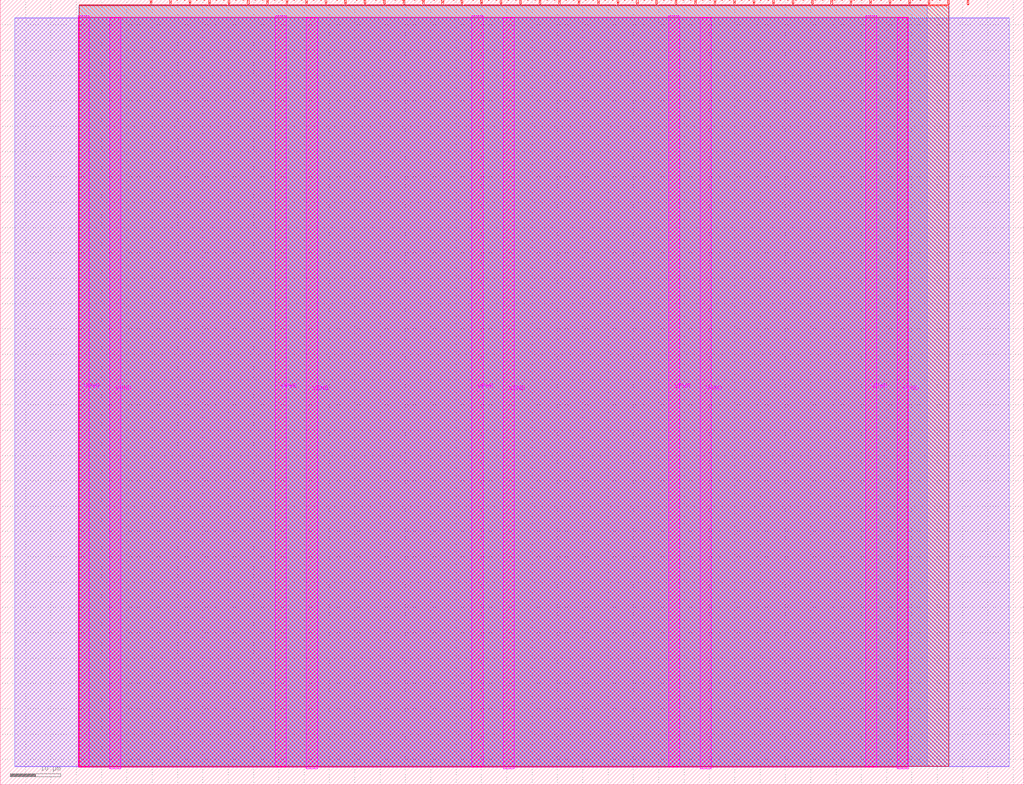
<source format=lef>
VERSION 5.7 ;
  NOWIREEXTENSIONATPIN ON ;
  DIVIDERCHAR "/" ;
  BUSBITCHARS "[]" ;
MACRO tt_um_wokwi_455291645628225537
  CLASS BLOCK ;
  FOREIGN tt_um_wokwi_455291645628225537 ;
  ORIGIN 0.000 0.000 ;
  SIZE 202.080 BY 154.980 ;
  PIN VGND
    DIRECTION INOUT ;
    USE GROUND ;
    PORT
      LAYER TopMetal1 ;
        RECT 21.580 3.150 23.780 151.420 ;
    END
    PORT
      LAYER TopMetal1 ;
        RECT 60.450 3.150 62.650 151.420 ;
    END
    PORT
      LAYER TopMetal1 ;
        RECT 99.320 3.150 101.520 151.420 ;
    END
    PORT
      LAYER TopMetal1 ;
        RECT 138.190 3.150 140.390 151.420 ;
    END
    PORT
      LAYER TopMetal1 ;
        RECT 177.060 3.150 179.260 151.420 ;
    END
  END VGND
  PIN VPWR
    DIRECTION INOUT ;
    USE POWER ;
    PORT
      LAYER TopMetal1 ;
        RECT 15.380 3.560 17.580 151.830 ;
    END
    PORT
      LAYER TopMetal1 ;
        RECT 54.250 3.560 56.450 151.830 ;
    END
    PORT
      LAYER TopMetal1 ;
        RECT 93.120 3.560 95.320 151.830 ;
    END
    PORT
      LAYER TopMetal1 ;
        RECT 131.990 3.560 134.190 151.830 ;
    END
    PORT
      LAYER TopMetal1 ;
        RECT 170.860 3.560 173.060 151.830 ;
    END
  END VPWR
  PIN clk
    DIRECTION INPUT ;
    USE SIGNAL ;
    ANTENNAGATEAREA 1.450800 ;
    PORT
      LAYER Metal4 ;
        RECT 187.050 153.980 187.350 154.980 ;
    END
  END clk
  PIN ena
    DIRECTION INPUT ;
    USE SIGNAL ;
    PORT
      LAYER Metal4 ;
        RECT 190.890 153.980 191.190 154.980 ;
    END
  END ena
  PIN rst_n
    DIRECTION INPUT ;
    USE SIGNAL ;
    PORT
      LAYER Metal4 ;
        RECT 183.210 153.980 183.510 154.980 ;
    END
  END rst_n
  PIN ui_in[0]
    DIRECTION INPUT ;
    USE SIGNAL ;
    PORT
      LAYER Metal4 ;
        RECT 179.370 153.980 179.670 154.980 ;
    END
  END ui_in[0]
  PIN ui_in[1]
    DIRECTION INPUT ;
    USE SIGNAL ;
    PORT
      LAYER Metal4 ;
        RECT 175.530 153.980 175.830 154.980 ;
    END
  END ui_in[1]
  PIN ui_in[2]
    DIRECTION INPUT ;
    USE SIGNAL ;
    PORT
      LAYER Metal4 ;
        RECT 171.690 153.980 171.990 154.980 ;
    END
  END ui_in[2]
  PIN ui_in[3]
    DIRECTION INPUT ;
    USE SIGNAL ;
    PORT
      LAYER Metal4 ;
        RECT 167.850 153.980 168.150 154.980 ;
    END
  END ui_in[3]
  PIN ui_in[4]
    DIRECTION INPUT ;
    USE SIGNAL ;
    PORT
      LAYER Metal4 ;
        RECT 164.010 153.980 164.310 154.980 ;
    END
  END ui_in[4]
  PIN ui_in[5]
    DIRECTION INPUT ;
    USE SIGNAL ;
    PORT
      LAYER Metal4 ;
        RECT 160.170 153.980 160.470 154.980 ;
    END
  END ui_in[5]
  PIN ui_in[6]
    DIRECTION INPUT ;
    USE SIGNAL ;
    PORT
      LAYER Metal4 ;
        RECT 156.330 153.980 156.630 154.980 ;
    END
  END ui_in[6]
  PIN ui_in[7]
    DIRECTION INPUT ;
    USE SIGNAL ;
    ANTENNAGATEAREA 0.180700 ;
    PORT
      LAYER Metal4 ;
        RECT 152.490 153.980 152.790 154.980 ;
    END
  END ui_in[7]
  PIN uio_in[0]
    DIRECTION INPUT ;
    USE SIGNAL ;
    PORT
      LAYER Metal4 ;
        RECT 148.650 153.980 148.950 154.980 ;
    END
  END uio_in[0]
  PIN uio_in[1]
    DIRECTION INPUT ;
    USE SIGNAL ;
    PORT
      LAYER Metal4 ;
        RECT 144.810 153.980 145.110 154.980 ;
    END
  END uio_in[1]
  PIN uio_in[2]
    DIRECTION INPUT ;
    USE SIGNAL ;
    PORT
      LAYER Metal4 ;
        RECT 140.970 153.980 141.270 154.980 ;
    END
  END uio_in[2]
  PIN uio_in[3]
    DIRECTION INPUT ;
    USE SIGNAL ;
    PORT
      LAYER Metal4 ;
        RECT 137.130 153.980 137.430 154.980 ;
    END
  END uio_in[3]
  PIN uio_in[4]
    DIRECTION INPUT ;
    USE SIGNAL ;
    PORT
      LAYER Metal4 ;
        RECT 133.290 153.980 133.590 154.980 ;
    END
  END uio_in[4]
  PIN uio_in[5]
    DIRECTION INPUT ;
    USE SIGNAL ;
    PORT
      LAYER Metal4 ;
        RECT 129.450 153.980 129.750 154.980 ;
    END
  END uio_in[5]
  PIN uio_in[6]
    DIRECTION INPUT ;
    USE SIGNAL ;
    PORT
      LAYER Metal4 ;
        RECT 125.610 153.980 125.910 154.980 ;
    END
  END uio_in[6]
  PIN uio_in[7]
    DIRECTION INPUT ;
    USE SIGNAL ;
    PORT
      LAYER Metal4 ;
        RECT 121.770 153.980 122.070 154.980 ;
    END
  END uio_in[7]
  PIN uio_oe[0]
    DIRECTION OUTPUT ;
    USE SIGNAL ;
    ANTENNADIFFAREA 0.299200 ;
    PORT
      LAYER Metal4 ;
        RECT 56.490 153.980 56.790 154.980 ;
    END
  END uio_oe[0]
  PIN uio_oe[1]
    DIRECTION OUTPUT ;
    USE SIGNAL ;
    ANTENNADIFFAREA 0.299200 ;
    PORT
      LAYER Metal4 ;
        RECT 52.650 153.980 52.950 154.980 ;
    END
  END uio_oe[1]
  PIN uio_oe[2]
    DIRECTION OUTPUT ;
    USE SIGNAL ;
    ANTENNADIFFAREA 0.299200 ;
    PORT
      LAYER Metal4 ;
        RECT 48.810 153.980 49.110 154.980 ;
    END
  END uio_oe[2]
  PIN uio_oe[3]
    DIRECTION OUTPUT ;
    USE SIGNAL ;
    ANTENNADIFFAREA 0.299200 ;
    PORT
      LAYER Metal4 ;
        RECT 44.970 153.980 45.270 154.980 ;
    END
  END uio_oe[3]
  PIN uio_oe[4]
    DIRECTION OUTPUT ;
    USE SIGNAL ;
    ANTENNADIFFAREA 0.299200 ;
    PORT
      LAYER Metal4 ;
        RECT 41.130 153.980 41.430 154.980 ;
    END
  END uio_oe[4]
  PIN uio_oe[5]
    DIRECTION OUTPUT ;
    USE SIGNAL ;
    ANTENNADIFFAREA 0.299200 ;
    PORT
      LAYER Metal4 ;
        RECT 37.290 153.980 37.590 154.980 ;
    END
  END uio_oe[5]
  PIN uio_oe[6]
    DIRECTION OUTPUT ;
    USE SIGNAL ;
    ANTENNADIFFAREA 0.299200 ;
    PORT
      LAYER Metal4 ;
        RECT 33.450 153.980 33.750 154.980 ;
    END
  END uio_oe[6]
  PIN uio_oe[7]
    DIRECTION OUTPUT ;
    USE SIGNAL ;
    ANTENNADIFFAREA 0.299200 ;
    PORT
      LAYER Metal4 ;
        RECT 29.610 153.980 29.910 154.980 ;
    END
  END uio_oe[7]
  PIN uio_out[0]
    DIRECTION OUTPUT ;
    USE SIGNAL ;
    ANTENNADIFFAREA 0.299200 ;
    PORT
      LAYER Metal4 ;
        RECT 87.210 153.980 87.510 154.980 ;
    END
  END uio_out[0]
  PIN uio_out[1]
    DIRECTION OUTPUT ;
    USE SIGNAL ;
    ANTENNADIFFAREA 0.299200 ;
    PORT
      LAYER Metal4 ;
        RECT 83.370 153.980 83.670 154.980 ;
    END
  END uio_out[1]
  PIN uio_out[2]
    DIRECTION OUTPUT ;
    USE SIGNAL ;
    ANTENNADIFFAREA 0.299200 ;
    PORT
      LAYER Metal4 ;
        RECT 79.530 153.980 79.830 154.980 ;
    END
  END uio_out[2]
  PIN uio_out[3]
    DIRECTION OUTPUT ;
    USE SIGNAL ;
    ANTENNADIFFAREA 0.299200 ;
    PORT
      LAYER Metal4 ;
        RECT 75.690 153.980 75.990 154.980 ;
    END
  END uio_out[3]
  PIN uio_out[4]
    DIRECTION OUTPUT ;
    USE SIGNAL ;
    ANTENNADIFFAREA 0.299200 ;
    PORT
      LAYER Metal4 ;
        RECT 71.850 153.980 72.150 154.980 ;
    END
  END uio_out[4]
  PIN uio_out[5]
    DIRECTION OUTPUT ;
    USE SIGNAL ;
    ANTENNADIFFAREA 0.299200 ;
    PORT
      LAYER Metal4 ;
        RECT 68.010 153.980 68.310 154.980 ;
    END
  END uio_out[5]
  PIN uio_out[6]
    DIRECTION OUTPUT ;
    USE SIGNAL ;
    ANTENNADIFFAREA 0.299200 ;
    PORT
      LAYER Metal4 ;
        RECT 64.170 153.980 64.470 154.980 ;
    END
  END uio_out[6]
  PIN uio_out[7]
    DIRECTION OUTPUT ;
    USE SIGNAL ;
    ANTENNADIFFAREA 0.299200 ;
    PORT
      LAYER Metal4 ;
        RECT 60.330 153.980 60.630 154.980 ;
    END
  END uio_out[7]
  PIN uo_out[0]
    DIRECTION OUTPUT ;
    USE SIGNAL ;
    ANTENNADIFFAREA 0.708600 ;
    PORT
      LAYER Metal4 ;
        RECT 117.930 153.980 118.230 154.980 ;
    END
  END uo_out[0]
  PIN uo_out[1]
    DIRECTION OUTPUT ;
    USE SIGNAL ;
    ANTENNADIFFAREA 0.299200 ;
    PORT
      LAYER Metal4 ;
        RECT 114.090 153.980 114.390 154.980 ;
    END
  END uo_out[1]
  PIN uo_out[2]
    DIRECTION OUTPUT ;
    USE SIGNAL ;
    ANTENNADIFFAREA 0.299200 ;
    PORT
      LAYER Metal4 ;
        RECT 110.250 153.980 110.550 154.980 ;
    END
  END uo_out[2]
  PIN uo_out[3]
    DIRECTION OUTPUT ;
    USE SIGNAL ;
    ANTENNADIFFAREA 0.299200 ;
    PORT
      LAYER Metal4 ;
        RECT 106.410 153.980 106.710 154.980 ;
    END
  END uo_out[3]
  PIN uo_out[4]
    DIRECTION OUTPUT ;
    USE SIGNAL ;
    ANTENNADIFFAREA 0.299200 ;
    PORT
      LAYER Metal4 ;
        RECT 102.570 153.980 102.870 154.980 ;
    END
  END uo_out[4]
  PIN uo_out[5]
    DIRECTION OUTPUT ;
    USE SIGNAL ;
    ANTENNADIFFAREA 0.299200 ;
    PORT
      LAYER Metal4 ;
        RECT 98.730 153.980 99.030 154.980 ;
    END
  END uo_out[5]
  PIN uo_out[6]
    DIRECTION OUTPUT ;
    USE SIGNAL ;
    ANTENNADIFFAREA 0.299200 ;
    PORT
      LAYER Metal4 ;
        RECT 94.890 153.980 95.190 154.980 ;
    END
  END uo_out[6]
  PIN uo_out[7]
    DIRECTION OUTPUT ;
    USE SIGNAL ;
    ANTENNADIFFAREA 0.708600 ;
    PORT
      LAYER Metal4 ;
        RECT 91.050 153.980 91.350 154.980 ;
    END
  END uo_out[7]
  OBS
      LAYER GatPoly ;
        RECT 2.880 3.630 199.200 151.350 ;
      LAYER Metal1 ;
        RECT 2.880 3.560 199.200 151.420 ;
      LAYER Metal2 ;
        RECT 15.560 3.635 182.985 153.865 ;
      LAYER Metal3 ;
        RECT 15.515 3.680 187.345 153.825 ;
      LAYER Metal4 ;
        RECT 15.560 153.770 29.400 153.980 ;
        RECT 30.120 153.770 33.240 153.980 ;
        RECT 33.960 153.770 37.080 153.980 ;
        RECT 37.800 153.770 40.920 153.980 ;
        RECT 41.640 153.770 44.760 153.980 ;
        RECT 45.480 153.770 48.600 153.980 ;
        RECT 49.320 153.770 52.440 153.980 ;
        RECT 53.160 153.770 56.280 153.980 ;
        RECT 57.000 153.770 60.120 153.980 ;
        RECT 60.840 153.770 63.960 153.980 ;
        RECT 64.680 153.770 67.800 153.980 ;
        RECT 68.520 153.770 71.640 153.980 ;
        RECT 72.360 153.770 75.480 153.980 ;
        RECT 76.200 153.770 79.320 153.980 ;
        RECT 80.040 153.770 83.160 153.980 ;
        RECT 83.880 153.770 87.000 153.980 ;
        RECT 87.720 153.770 90.840 153.980 ;
        RECT 91.560 153.770 94.680 153.980 ;
        RECT 95.400 153.770 98.520 153.980 ;
        RECT 99.240 153.770 102.360 153.980 ;
        RECT 103.080 153.770 106.200 153.980 ;
        RECT 106.920 153.770 110.040 153.980 ;
        RECT 110.760 153.770 113.880 153.980 ;
        RECT 114.600 153.770 117.720 153.980 ;
        RECT 118.440 153.770 121.560 153.980 ;
        RECT 122.280 153.770 125.400 153.980 ;
        RECT 126.120 153.770 129.240 153.980 ;
        RECT 129.960 153.770 133.080 153.980 ;
        RECT 133.800 153.770 136.920 153.980 ;
        RECT 137.640 153.770 140.760 153.980 ;
        RECT 141.480 153.770 144.600 153.980 ;
        RECT 145.320 153.770 148.440 153.980 ;
        RECT 149.160 153.770 152.280 153.980 ;
        RECT 153.000 153.770 156.120 153.980 ;
        RECT 156.840 153.770 159.960 153.980 ;
        RECT 160.680 153.770 163.800 153.980 ;
        RECT 164.520 153.770 167.640 153.980 ;
        RECT 168.360 153.770 171.480 153.980 ;
        RECT 172.200 153.770 175.320 153.980 ;
        RECT 176.040 153.770 179.160 153.980 ;
        RECT 179.880 153.770 183.000 153.980 ;
        RECT 183.720 153.770 186.840 153.980 ;
        RECT 15.560 3.635 187.300 153.770 ;
      LAYER Metal5 ;
        RECT 15.515 3.470 179.125 151.510 ;
  END
END tt_um_wokwi_455291645628225537
END LIBRARY


</source>
